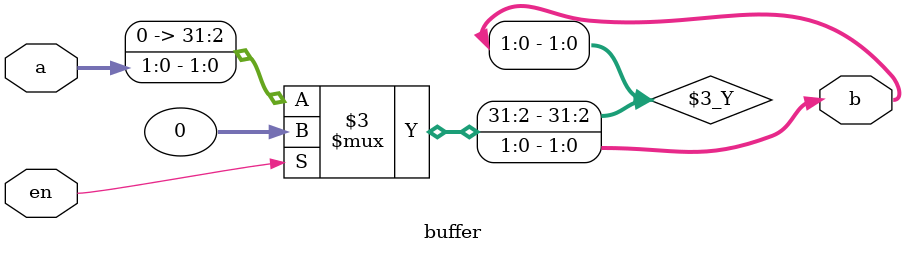
<source format=v>
module buffer (
    input wire [1:0]a,
    input wire en,
    output wire [1:0]b
);
assign b = !en ? a : 0;

endmodule
</source>
